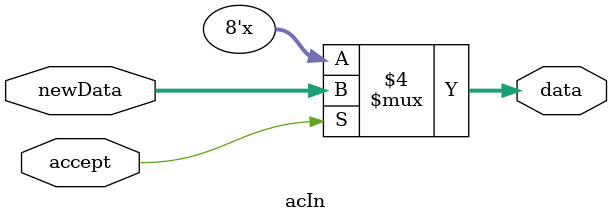
<source format=v>
module acIn ( //Main ALU input accumulator
    input[7:0] newData,
    input accept,
    output reg[7:0] data
);

always@(*)

    begin
        if (accept == 1'b1)
            data <= newData;
        else
            data <= data;
    end
    
endmodule

</source>
